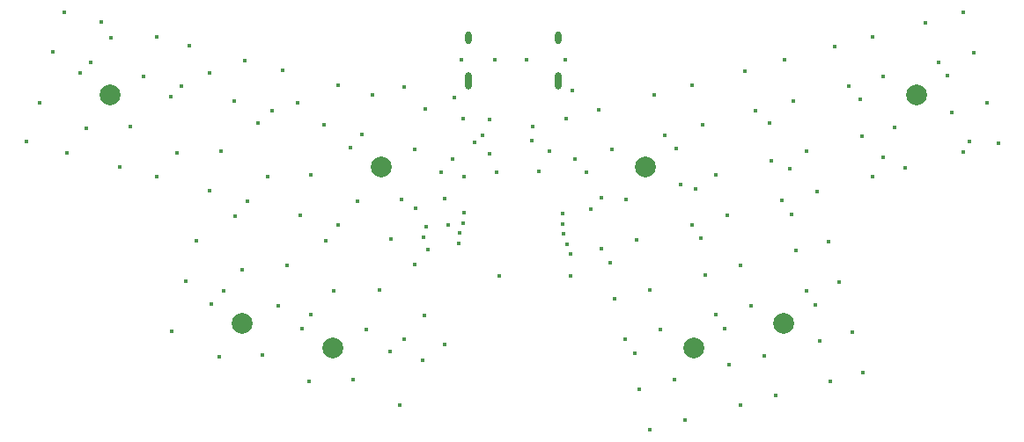
<source format=gbr>
%TF.GenerationSoftware,KiCad,Pcbnew,7.0.8*%
%TF.CreationDate,2024-01-22T23:57:32-06:00*%
%TF.ProjectId,idawgz32,69646177-677a-4333-922e-6b696361645f,rev?*%
%TF.SameCoordinates,Original*%
%TF.FileFunction,Plated,1,2,PTH,Mixed*%
%TF.FilePolarity,Positive*%
%FSLAX46Y46*%
G04 Gerber Fmt 4.6, Leading zero omitted, Abs format (unit mm)*
G04 Created by KiCad (PCBNEW 7.0.8) date 2024-01-22 23:57:32*
%MOMM*%
%LPD*%
G01*
G04 APERTURE LIST*
%TA.AperFunction,ViaDrill*%
%ADD10C,0.400000*%
%TD*%
G04 aperture for slot hole*
%TA.AperFunction,ComponentDrill*%
%ADD11O,0.600000X1.200000*%
%TD*%
G04 aperture for slot hole*
%TA.AperFunction,ComponentDrill*%
%ADD12O,0.600000X1.700000*%
%TD*%
%TA.AperFunction,ComponentDrill*%
%ADD13C,2.000000*%
%TD*%
G04 APERTURE END LIST*
D10*
X28412247Y-49283573D03*
X29689006Y-45484577D03*
X30983101Y-40654949D03*
X32018377Y-36791244D03*
X32275954Y-50318854D03*
X33557355Y-42638812D03*
X34195111Y-47986080D03*
X34605323Y-41625519D03*
X35640598Y-37761817D03*
X36494641Y-39270511D03*
X37347061Y-51677652D03*
X38382340Y-47813947D03*
X39676434Y-42984318D03*
X40953192Y-39185321D03*
X40969283Y-52648222D03*
X42250688Y-44968186D03*
X42416927Y-67529984D03*
X42888446Y-50315450D03*
X43298656Y-43954890D03*
X43711022Y-62700355D03*
X44092450Y-40026484D03*
X44746298Y-58836652D03*
X45989626Y-42605379D03*
X46040395Y-54007021D03*
X46220573Y-64925703D03*
X46923032Y-70031485D03*
X47075673Y-50143318D03*
X47333247Y-63670927D03*
X48369766Y-45313693D03*
X48485238Y-56473849D03*
X49187701Y-61579634D03*
X49405041Y-41449987D03*
X49662615Y-54977594D03*
X50637830Y-47474331D03*
X51110261Y-69859354D03*
X51581776Y-52644820D03*
X51991986Y-46284259D03*
X52645836Y-65094430D03*
X53027265Y-42420558D03*
X53439631Y-61166025D03*
X54523399Y-45508678D03*
X54733726Y-56336394D03*
X54913904Y-67255075D03*
X55616366Y-72360858D03*
X55769002Y-52472691D03*
X55785096Y-65935594D03*
X57063097Y-47643061D03*
X57178570Y-58803222D03*
X57945736Y-63667528D03*
X58339857Y-43844064D03*
X58355950Y-57306966D03*
X59572646Y-49868408D03*
X59803594Y-72188727D03*
X60275108Y-54974192D03*
X60685320Y-48613632D03*
X61097688Y-67359100D03*
X61720596Y-44749930D03*
X62374449Y-63560103D03*
X63365753Y-69519739D03*
X63427057Y-58665769D03*
X64309699Y-74690229D03*
X64462336Y-54802064D03*
X64719909Y-68329668D03*
X64765121Y-44012794D03*
X65756432Y-49972432D03*
X65764960Y-61103936D03*
X65805897Y-55680172D03*
X66505015Y-70360898D03*
X66590383Y-58451186D03*
X66639071Y-65996900D03*
X66791707Y-46108729D03*
X66849074Y-57485739D03*
X67049281Y-59636339D03*
X68265980Y-52197778D03*
X68582742Y-54777321D03*
X68654251Y-68784005D03*
X68968441Y-57303564D03*
X69378651Y-50943005D03*
X69513420Y-45046458D03*
X69951581Y-59053853D03*
X70062260Y-58060496D03*
X70216929Y-41416109D03*
X70413928Y-47079300D03*
X70427182Y-57129996D03*
X70492430Y-52648160D03*
X70512508Y-56134141D03*
X71492430Y-49305462D03*
X72298195Y-48623248D03*
X72941427Y-50416106D03*
X72966928Y-47166108D03*
X73466927Y-41416109D03*
X73576973Y-52239643D03*
X73874742Y-62166107D03*
X76466929Y-41416109D03*
X76984895Y-49183006D03*
X77052390Y-47847799D03*
X77716929Y-52166109D03*
X78716929Y-50166111D03*
X79950047Y-56182916D03*
X79973056Y-57182154D03*
X80051971Y-58178540D03*
X80216927Y-41416111D03*
X80326839Y-47045520D03*
X80383563Y-59121436D03*
X80688166Y-60073392D03*
X80716930Y-62166111D03*
X80887198Y-44307181D03*
X81120633Y-50973928D03*
X82233306Y-52228701D03*
X82656211Y-55738851D03*
X83466099Y-46204357D03*
X83664257Y-54671305D03*
X83691487Y-59602556D03*
X84562677Y-60922035D03*
X84742857Y-50003356D03*
X84985584Y-64432187D03*
X86020858Y-68295888D03*
X86036952Y-54832987D03*
X86892050Y-69615367D03*
X87072226Y-58696688D03*
X87314953Y-73125517D03*
X88350231Y-76989219D03*
X88366323Y-63526317D03*
X88778690Y-44780853D03*
X89401600Y-67390019D03*
X89813966Y-48644556D03*
X90695694Y-72219651D03*
X90926639Y-49899331D03*
X91349542Y-53409481D03*
X91730971Y-76083355D03*
X92384820Y-57273183D03*
X92400913Y-43810282D03*
X92720318Y-53792242D03*
X93256012Y-58592662D03*
X93436190Y-47673985D03*
X93678915Y-62102813D03*
X94714191Y-65966516D03*
X94730283Y-52503614D03*
X95585383Y-67285996D03*
X95765561Y-56367319D03*
X96008286Y-70796147D03*
X97043562Y-74659848D03*
X97059655Y-61196948D03*
X97472026Y-42451482D03*
X98094933Y-65060650D03*
X98507299Y-46315184D03*
X99389027Y-69890279D03*
X99861454Y-47505256D03*
X100042874Y-51080109D03*
X100424302Y-73753981D03*
X101078152Y-54943813D03*
X101335725Y-41416205D03*
X101815287Y-51899287D03*
X101949343Y-56263291D03*
X102129520Y-45344615D03*
X102372248Y-59773441D03*
X103407524Y-63637145D03*
X103423616Y-50174244D03*
X104278715Y-64956624D03*
X104458893Y-54037946D03*
X104701618Y-68466774D03*
X105511506Y-58932279D03*
X105736896Y-72330479D03*
X106165356Y-40122110D03*
X106546781Y-62795984D03*
X107442113Y-43921110D03*
X107840876Y-67625613D03*
X108554786Y-45175880D03*
X108736208Y-48750738D03*
X108876154Y-71489316D03*
X109771483Y-52614442D03*
X109787577Y-39151539D03*
X110814468Y-50807944D03*
X110822853Y-43015241D03*
X111875468Y-47909575D03*
X112910744Y-51773279D03*
X114858686Y-37792738D03*
X116135446Y-41591738D03*
X117006635Y-42911217D03*
X117429541Y-46421368D03*
X118464816Y-50285069D03*
X118480909Y-36822169D03*
X119083534Y-49213419D03*
X119516185Y-40685871D03*
X120810279Y-45515500D03*
X121845558Y-49379203D03*
D11*
%TO.C,J1*%
X70896927Y-39231110D03*
D12*
X70896927Y-43411110D03*
D11*
X79536927Y-39231110D03*
D12*
X79536927Y-43411110D03*
D13*
%TO.C,H1*%
X36462770Y-44732178D03*
%TO.C,H5*%
X49190693Y-66777586D03*
%TO.C,H6*%
X57884029Y-69106956D03*
%TO.C,H2*%
X62542768Y-51720294D03*
%TO.C,H3*%
X87906733Y-51720292D03*
%TO.C,H7*%
X92565475Y-69106957D03*
%TO.C,H8*%
X101258808Y-66777589D03*
%TO.C,H4*%
X113986730Y-44732180D03*
M02*

</source>
